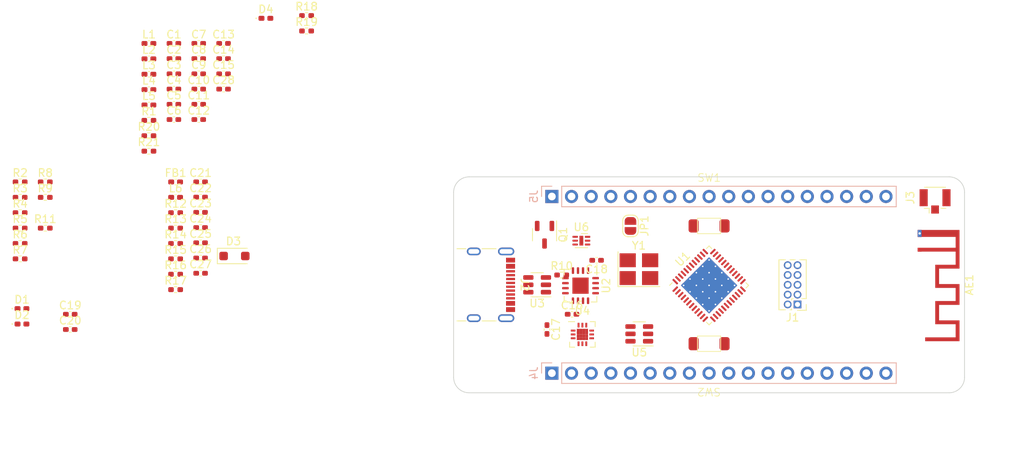
<source format=kicad_pcb>
(kicad_pcb (version 20221018) (generator pcbnew)
  (layers (0 "F.Cu" signal) (1 "In1.Cu" signal) (2 "In2.Cu" signal) (31 "B.Cu" signal) (34 "B.Paste" user) (35 "F.Paste" user) (36 "B.SilkS" user "B.Silkscreen") (37 "F.SilkS" user "F.Silkscreen") (38 "B.Mask" user) (39 "F.Mask" user) (44 "Edge.Cuts" user))
  (net 0 "")
  (net 1 "Net-(AE1-A)")
  (net 2 "+3V3")
  (net 3 "GND")
  (net 4 "VDDR")
  (net 5 "Net-(C9-Pad2)")
  (net 6 "RST_N")
  (net 7 "Net-(U1A-RF_P)")
  (net 8 "Net-(C11-Pad2)")
  (net 9 "Net-(C12-Pad2)")
  (net 10 "Net-(C13-Pad2)")
  (net 11 "Net-(U1A-RF_N)")
  (net 12 "Net-(U1A-DCOUPL)")
  (net 13 "DELAY")
  (net 14 "FTDI_3V3")
  (net 15 "Net-(U2-USBDM)")
  (net 16 "Net-(U2-USBDP)")
  (net 17 "VBUS")
  (net 18 "/power_block/V_SYS")
  (net 19 "Net-(JP1-B)")
  (net 20 "Net-(U6-BYP)")
  (net 21 "Net-(J3-In)")
  (net 22 "Net-(D1-K)")
  (net 23 "Net-(D1-A)")
  (net 24 "Net-(D2-K)")
  (net 25 "Net-(D2-A)")
  (net 26 "USER_LED")
  (net 27 "Net-(D4-A)")
  (net 28 "JTAG_TMS")
  (net 29 "JTAG_TCK")
  (net 30 "JTAG_TDO")
  (net 32 "JTAG_TDI")
  (net 33 "Net-(J2-CC1)")
  (net 34 "USB_CON_D+")
  (net 35 "USB_CON_D-")
  (net 37 "Net-(J2-CC2)")
  (net 40 "DIO0_0")
  (net 41 "DIO0_1")
  (net 42 "DIO2_RX")
  (net 43 "DIO3_TX")
  (net 44 "DIO4_SCL")
  (net 45 "DIO5_SDA")
  (net 46 "USER_BTN")
  (net 47 "DIO8_MISO")
  (net 48 "DIO9_MOSI")
  (net 49 "DIO10_SCLK")
  (net 50 "DIO11_CS")
  (net 51 "DIO_12")
  (net 52 "DIO_13")
  (net 53 "DIO_14")
  (net 54 "DIO_15")
  (net 55 "VREG_EN")
  (net 57 "VBAT")
  (net 58 "DIO_18")
  (net 59 "DIO_19")
  (net 60 "DIO_20")
  (net 61 "DIO_21")
  (net 62 "DIO_22")
  (net 63 "DIO_23")
  (net 64 "DIO_24")
  (net 65 "DIO_25")
  (net 66 "DIO_26")
  (net 67 "DIO_27")
  (net 68 "DIO_28")
  (net 69 "DIO_29")
  (net 70 "DIO_30")
  (net 71 "DCDC_SW")
  (net 72 "Net-(L6-Pad1)")
  (net 73 "Net-(L6-Pad2)")
  (net 74 "Net-(U2-TXD)")
  (net 75 "Net-(U2-RXD)")
  (net 76 "USB_FTDI_D-")
  (net 77 "USB_FTDI_D+")
  (net 78 "BAT_MON")
  (net 79 "TIMER_EN")
  (net 80 "Net-(R20-Pad1)")
  (net 81 "Net-(R21-Pad1)")
  (net 84 "Net-(U1A-X48M_N)")
  (net 85 "Net-(U1A-X48M_P)")
  (net 90 "MCU_DONE")
  (net 92 "+5V")
  (footprint "Capacitor_SMD:C_0402_1005Metric_Pad0.74x0.62mm_HandSolder" (layer "F.Cu") (at 57.8246 36.9026)
    (fp_text reference "C4" (at 0 -1.16) (layer "F.SilkS"))
    (fp_text value "22u")
    (pad "1" smd roundrect (at -0.5675 0) (size 0.735 0.62) (layers "F.Cu" "F.Paste" "F.Mask") (net 2 "+3V3"))
    (pad "2" smd roundrect (at 0.5675 0) (size 0.735 0.62) (layers "F.Cu" "F.Paste" "F.Mask") (net 3 "GND"))
  )
  (footprint "Resistor_SMD:R_0402_1005Metric_Pad0.72x0.64mm_HandSolder" (layer "F.Cu") (at 58.0446 62.8526)
    (fp_text reference "R17" (at 0 -1.17) (layer "F.SilkS"))
    (fp_text value "100k")
    (pad "1" smd roundrect (at -0.5975 0) (size 0.715 0.64) (layers "F.Cu" "F.Paste" "F.Mask") (net 79 "TIMER_EN"))
    (pad "2" smd roundrect (at 0.5975 0) (size 0.715 0.64) (layers "F.Cu" "F.Paste" "F.Mask") (net 2 "+3V3"))
  )
  (footprint "Capacitor_SMD:C_0402_1005Metric_Pad0.74x0.62mm_HandSolder" (layer "F.Cu") (at 57.8246 40.8426)
    (fp_text reference "C6" (at 0 -1.16) (layer "F.SilkS"))
    (fp_text value "22u")
    (pad "1" smd roundrect (at -0.5675 0) (size 0.735 0.62) (layers "F.Cu" "F.Paste" "F.Mask") (net 4 "VDDR"))
    (pad "2" smd roundrect (at 0.5675 0) (size 0.735 0.62) (layers "F.Cu" "F.Paste" "F.Mask") (net 3 "GND"))
  )
  (footprint "Resistor_SMD:R_0402_1005Metric_Pad0.72x0.64mm_HandSolder" (layer "F.Cu") (at 41.1946 54.8926)
    (fp_text reference "R11" (at 0 -1.17) (layer "F.SilkS"))
    (fp_text value "27R")
    (pad "1" smd roundrect (at -0.5975 0) (size 0.715 0.64) (layers "F.Cu" "F.Paste" "F.Mask") (net 77 "USB_FTDI_D+"))
    (pad "2" smd roundrect (at 0.5975 0) (size 0.715 0.64) (layers "F.Cu" "F.Paste" "F.Mask") (net 16 "Net-(U2-USBDP)"))
  )
  (footprint "Package_DFN_QFN:MLF-6-1EP_1.6x1.6mm_P0.5mm_EP0.5x1.26mm" (layer "F.Cu") (at 110.49 56.515)
    (fp_text reference "U6" (at 0 -1.75) (layer "F.SilkS"))
    (fp_text value "MIC5353-3.3YMT")
    (pad "1" smd roundrect (at -0.8 -0.5) (size 0.7 0.25) (layers "F.Cu" "F.Paste" "F.Mask") (net 19 "Net-(JP1-B)"))
    (pad "2" smd roundrect (at -0.8 0) (size 0.7 0.25) (layers "F.Cu" "F.Paste" "F.Mask") (net 3 "GND"))
    (pad "3" smd roundrect (at -0.8 0.5) (size 0.7 0.25) (layers "F.Cu" "F.Paste" "F.Mask") (net 19 "Net-(JP1-B)"))
    (pad "4" smd roundrect (at 0.8 0.5) (size 0.7 0.25) (layers "F.Cu" "F.Paste" "F.Mask") (net 2 "+3V3"))
    (pad "5" smd roundrect (at 0.8 0) (size 0.7 0.25) (layers "F.Cu" "F.Paste" "F.Mask"))
    (pad "6" smd roundrect (at 0.8 -0.5) (size 0.7 0.25) (layers "F.Cu" "F.Paste" "F.Mask") (net 20 "Net-(U6-BYP)"))
    (pad "7" smd rect (at 0 0) (size 0.5 1.26) (layers "F.Cu" "F.Mask") (net 3 "GND"))
  )
  (footprint "Package_TO_SOT_SMD:SOT-23-3" (layer "F.Cu") (at 105.73 55.7475 -90)
    (fp_text reference "Q1" (at 0 -2.4 90) (layer "F.SilkS"))
    (fp_text value "DMG2305UX-7")
    (pad "1" smd roundrect (at -1.1375 -0.95 270) (size 1.325 0.6) (layers "F.Cu" "F.Paste" "F.Mask") (net 57 "VBAT"))
    (pad "2" smd roundrect (at -1.1375 0.95 270) (size 1.325 0.6) (layers "F.Cu" "F.Paste" "F.Mask") (net 92 "+5V"))
    (pad "3" smd roundrect (at 1.1375 0 270) (size 1.325 0.6) (layers "F.Cu" "F.Paste" "F.Mask") (net 18 "/power_block/V_SYS"))
  )
  (footprint "Inductor_SMD:L_0402_1005Metric_Pad0.77x0.64mm_HandSolder" (layer "F.Cu") (at 54.5946 36.9726)
    (fp_text reference "L4" (at 0 -1.17) (layer "F.SilkS"))
    (fp_text value "3.4nH")
    (pad "1" smd roundrect (at -0.5725 0) (size 0.765 0.64) (layers "F.Cu" "F.Paste" "F.Mask") (net 10 "Net-(C13-Pad2)"))
    (pad "2" smd roundrect (at 0.5725 0) (size 0.765 0.64) (layers "F.Cu" "F.Paste" "F.Mask") (net 9 "Net-(C12-Pad2)"))
  )
  (footprint "Connector_Coaxial:U.FL_Hirose_U.FL-R-SMT-1_Vertical" (layer "F.Cu") (at 156.21 51.435 90)
    (fp_text reference "J3" (at 0.475 -3.2 90) (layer "F.SilkS"))
    (fp_text value "u.FL")
    (pad "1" smd rect locked (at -1.05 0 90) (size 1.05 1) (layers "F.Cu" "F.Paste" "F.Mask") (net 21 "Net-(J3-In)"))
    (pad "2" smd rect locked (at 0.475 -1.475 90) (size 2.2 1.05) (layers "F.Cu" "F.Paste" "F.Mask"))
    (pad "2" smd rect locked (at 0.475 1.475 90) (size 2.2 1.05) (layers "F.Cu" "F.Paste" "F.Mask"))
  )
  (footprint "Resistor_SMD:R_0402_1005Metric_Pad0.72x0.64mm_HandSolder" (layer "F.Cu") (at 107.95 60.96)
    (fp_text reference "R10" (at 0 -1.17) (layer "F.SilkS"))
    (fp_text value "27R")
    (pad "1" smd roundrect (at -0.5975 0) (size 0.715 0.64) (layers "F.Cu" "F.Paste" "F.Mask") (net 76 "USB_FTDI_D-"))
    (pad "2" smd roundrect (at 0.5975 0) (size 0.715 0.64) (layers "F.Cu" "F.Paste" "F.Mask") (net 15 "Net-(U2-USBDM)"))
  )
  (footprint "Resistor_SMD:R_0402_1005Metric_Pad0.72x0.64mm_HandSolder" (layer "F.Cu") (at 54.5946 40.9526)
    (fp_text reference "R1" (at 0 -1.17) (layer "F.SilkS"))
    (fp_text value "100k")
    (pad "1" smd roundrect (at -0.5975 0) (size 0.715 0.64) (layers "F.Cu" "F.Paste" "F.Mask") (net 2 "+3V3"))
    (pad "2" smd roundrect (at 0.5975 0) (size 0.715 0.64) (layers "F.Cu" "F.Paste" "F.Mask") (net 6 "RST_N"))
  )
  (footprint "Capacitor_SMD:C_0402_1005Metric_Pad0.74x0.62mm_HandSolder" (layer "F.Cu") (at 57.8246 34.9326)
    (fp_text reference "C3" (at 0 -1.16) (layer "F.SilkS"))
    (fp_text value "100n")
    (pad "1" smd roundrect (at -0.5675 0) (size 0.735 0.62) (layers "F.Cu" "F.Paste" "F.Mask") (net 2 "+3V3"))
    (pad "2" smd roundrect (at 0.5675 0) (size 0.735 0.62) (layers "F.Cu" "F.Paste" "F.Mask") (net 3 "GND"))
  )
  (footprint "Capacitor_SMD:C_0402_1005Metric_Pad0.74x0.62mm_HandSolder" (layer "F.Cu") (at 61.2746 56.7926)
    (fp_text reference "C25" (at 0 -1.16) (layer "F.SilkS"))
    (fp_text value "1u")
    (pad "1" smd roundrect (at -0.5675 0) (size 0.735 0.62) (layers "F.Cu" "F.Paste" "F.Mask") (net 3 "GND"))
    (pad "2" smd roundrect (at 0.5675 0) (size 0.735 0.62) (layers "F.Cu" "F.Paste" "F.Mask") (net 19 "Net-(JP1-B)"))
  )
  (footprint "Capacitor_SMD:C_0402_1005Metric_Pad0.74x0.62mm_HandSolder" (layer "F.Cu") (at 57.8246 32.9626)
    (fp_text reference "C2" (at 0 -1.16) (layer "F.SilkS"))
    (fp_text value "100n")
    (pad "1" smd roundrect (at -0.5675 0) (size 0.735 0.62) (layers "F.Cu" "F.Paste" "F.Mask") (net 2 "+3V3"))
    (pad "2" smd roundrect (at 0.5675 0) (size 0.735 0.62) (layers "F.Cu" "F.Paste" "F.Mask") (net 3 "GND"))
  )
  (footprint "Capacitor_SMD:C_0402_1005Metric_Pad0.74x0.62mm_HandSolder" (layer "F.Cu") (at 61.0346 36.9026)
    (fp_text reference "C10" (at 0 -1.16) (layer "F.SilkS"))
    (fp_text value "100n")
    (pad "1" smd roundrect (at -0.5675 0) (size 0.735 0.62) (layers "F.Cu" "F.Paste" "F.Mask") (net 6 "RST_N"))
    (pad "2" smd roundrect (at 0.5675 0) (size 0.735 0.62) (layers "F.Cu" "F.Paste" "F.Mask") (net 3 "GND"))
  )
  (footprint "RF_Antenna:Texas_SWRA117D_2.4GHz_Right" (layer "F.Cu") (at 154.22 57.68 -90)
    (fp_text reference "AE1" (at 4.55 -6.41 90) (layer "F.SilkS"))
    (fp_text value "Antenna")
    (fp_poly (pts (xy 2.45 -2.51) (xy 4.45 -2.51) (xy 4.45 -5.15) (xy 7.15 -5.15) (xy 7.15 -2.51) (xy 9.15 -2.51) (xy 9.15 -5.15) (xy 11.85 -5.15) (xy 11.85 -0.71) (xy 11.35 -0.71) (xy 11.35 -4.65) (xy 9.65 -4.65) (xy 9.65 -2.01) (xy 6.65 -2.01) (xy 6.65 -4.65) (xy 4.95 -4.65) (xy 4.95 -2.01) (xy 1.95 -2.01) (xy 1.95 -4.65) (xy 0.25 -4.65) (xy 0.25 0.25) (xy -0.25 0.25) (xy -0.25 -4.65) (xy -1.65 -4.65) (xy -1.65 0.25) (xy -2.55 0.25) (xy -2.55 0.006785) (xy -2.247583 0.006785) (xy -2.237742 0.054395) (xy -2.213674 0.096797) (xy -2.175731 0.129581) (xy -2.167819 0.133935) (xy -2.125156 0.146043) (xy -2.076637 0.1453) (xy -2.031122 0.1324) (xy -2.012511 0.121787) (xy -1.978868 0.086553) (xy -1.958309 0.041368) (xy -1.951778 -0.008158) (xy -1.960218 -0.056417) (xy -1.977112 -0.088643) (xy -2.012372 -0.121313) (xy -2.057682 -0.141408) (xy -2.107267 -0.147982) (xy -2.155353 -0.140092) (xy -2.188245 -0.123186) (xy -2.223185 -0.086416) (xy -2.242847 -0.041622) (xy -2.247583 0.006785) (xy -2.55 0.006785) (xy -2.55 -5.15) (xy 2.45 -5.15) (xy 2.45 -2.51)) (fill solid) (layer "F.Cu"))
    (pad "1" connect rect locked (at 0 0 270) (size 0.5 0.5) (layers "F.Cu") (net 1 "Net-(AE1-A)"))
    (pad "2" thru_hole rect locked (at -2.1 0 270) (size 0.9 0.5) (drill 0.3) (layers "*.Cu"))
  )
  (footprint "Resistor_SMD:R_0402_1005Metric_Pad0.72x0.64mm_HandSolder" (layer "F.Cu") (at 41.1946 48.9226)
    (fp_text reference "R8" (at 0 -1.17) (layer "F.SilkS"))
    (fp_text value "330R")
    (pad "1" smd roundrect (at -0.5975 0) (size 0.715 0.64) (layers "F.Cu" "F.Paste" "F.Mask") (net 23 "Net-(D1-A)"))
    (pad "2" smd roundrect (at 0.5975 0) (size 0.715 0.64) (layers "F.Cu" "F.Paste" "F.Mask") (net 14 "FTDI_3V3"))
  )
  (footprint "Resistor_SMD:R_0402_1005Metric_Pad0.72x0.64mm_HandSolder" (layer "F.Cu") (at 37.9446 52.9026)
    (fp_text reference "R4" (at 0 -1.17) (layer "F.SilkS"))
    (fp_text value "100k")
    (pad "1" smd roundrect (at -0.5975 0) (size 0.715 0.64) (layers "F.Cu" "F.Paste" "F.Mask") (net 14 "FTDI_3V3"))
    (pad "2" smd roundrect (at 0.5975 0) (size 0.715 0.64) (layers "F.Cu" "F.Paste" "F.Mask") (net 42 "DIO2_RX"))
  )
  (footprint "Resistor_SMD:R_0402_1005Metric_Pad0.72x0.64mm_HandSolder" (layer "F.Cu") (at 37.9446 56.8826)
    (fp_text reference "R6" (at 0 -1.17) (layer "F.SilkS"))
    (fp_text value "0R")
    (pad "1" smd roundrect (at -0.5975 0) (size 0.715 0.64) (layers "F.Cu" "F.Paste" "F.Mask") (net 42 "DIO2_RX"))
    (pad "2" smd roundrect (at 0.5975 0) (size 0.715 0.64) (layers "F.Cu" "F.Paste" "F.Mask") (net 74 "Net-(U2-TXD)"))
  )
  (footprint "Package_DFN_QFN:VQFN-48-1EP_7x7mm_P0.5mm_EP5.15x5.15mm_ThermalVias" (layer "F.Cu") (at 127 62.303965 45)
    (fp_text reference "U1" (at 0 -4.82 45) (layer "F.SilkS"))
    (fp_text value "cc2652r7")
    (pad "1" smd roundrect (at -3.4375 -2.75 45) (size 0.875 0.25) (layers "F.Cu" "F.Paste" "F.Mask") (net 7 "Net-(U1A-RF_P)"))
    (pad "2" smd roundrect (at -3.4375 -2.25 45) (size 0.875 0.25) (layers "F.Cu" "F.Paste" "F.Mask") (net 11 "Net-(U1A-RF_N)"))
    (pad "3" smd roundrect (at -3.4375 -1.75 45) (size 0.875 0.25) (layers "F.Cu" "F.Paste" "F.Mask"))
    (pad "4" smd roundrect (at -3.4375 -1.25 45) (size 0.875 0.25) (layers "F.Cu" "F.Paste" "F.Mask"))
    (pad "5" smd roundrect (at -3.4375 -0.75 45) (size 0.875 0.25) (layers "F.Cu" "F.Paste" "F.Mask") (net 40 "DIO0_0"))
    (pad "6" smd roundrect (at -3.4375 -0.25 45) (size 0.875 0.25) (layers "F.Cu" "F.Paste" "F.Mask") (net 41 "DIO0_1"))
    (pad "7" smd roundrect (at -3.4375 0.25 45) (size 0.875 0.25) (layers "F.Cu" "F.Paste" "F.Mask") (net 42 "DIO2_RX"))
    (pad "8" smd roundrect (at -3.4375 0.75 45) (size 0.875 0.25) (layers "F.Cu" "F.Paste" "F.Mask") (net 43 "DIO3_TX"))
    (pad "9" smd roundrect (at -3.4375 1.25 45) (size 0.875 0.25) (layers "F.Cu" "F.Paste" "F.Mask") (net 44 "DIO4_SCL"))
    (pad "10" smd roundrect (at -3.4375 1.75 45) (size 0.875 0.25) (layers "F.Cu" "F.Paste" "F.Mask") (net 45 "DIO5_SDA"))
    (pad "11" smd roundrect (at -3.4375 2.25 45) (size 0.875 0.25) (layers "F.Cu" "F.Paste" "F.Mask") (net 26 "USER_LED"))
    (pad "12" smd roundrect (at -3.4375 2.75 45) (size 0.875 0.25) (layers "F.Cu" "F.Paste" "F.Mask") (net 46 "USER_BTN"))
    (pad "13" smd roundrect (at -2.75 3.4375 45) (size 0.25 0.875) (layers "F.Cu" "F.Paste" "F.Mask") (net 2 "+3V3"))
    (pad "14" smd roundrect (at -2.25 3.4375 45) (size 0.25 0.875) (layers "F.Cu" "F.Paste" "F.Mask") (net 47 "DIO8_MISO"))
    (pad "15" smd roundrect (at -1.75 3.4375 45) (size 0.25 0.875) (layers "F.Cu" "F.Paste" "F.Mask") (net 48 "DIO9_MOSI"))
    (pad "16" smd roundrect (at -1.25 3.4375 45) (size 0.25 0.875) (layers "F.Cu" "F.Paste" "F.Mask") (net 49 "DIO10_SCLK"))
    (pad "17" smd roundrect (at -0.75 3.4375 45) (size 0.25 0.875) (layers "F.Cu" "F.Paste" "F.Mask") (net 50 "DIO11_CS"))
    (pad "18" smd roundrect (at -0.25 3.4375 45) (size 0.25 0.875) (layers "F.Cu" "F.Paste" "F.Mask") (net 51 "DIO_12"))
    (pad "19" smd roundrect (at 0.25 3.4375 45) (size 0.25 0.875) (layers "F.Cu" "F.Paste" "F.Mask") (net 52 "DIO_13"))
    (pad "20" smd roundrect (at 0.75 3.4375 45) (size 0.25 0.875) (layers "F.Cu" "F.Paste" "F.Mask") (net 53 "DIO_14"))
    (pad "21" smd roundrect (at 1.25 3.4375 45) (size 0.25 0.875) (layers "F.Cu" "F.Paste" "F.Mask") (net 54 "DIO_15"))
    (pad "22" smd roundrect (at 1.75 3.4375 45) (size 0.25 0.875) (layers "F.Cu" "F.Paste" "F.Mask") (net 2 "+3V3"))
    (pad "23" smd roundrect (at 2.25 3.4375 45) (size 0.25 0.875) (layers "F.Cu" "F.Paste" "F.Mask") (net 12 "Net-(U1A-DCOUPL)"))
    (pad "24" smd roundrect (at 2.75 3.4375 45) (size 0.25 0.875) (layers "F.Cu" "F.Paste" "F.Mask") (net 28 "JTAG_TMS"))
    (pad "25" smd roundrect (at 3.4375 2.75 45) (size 0.875 0.25) (layers "F.Cu" "F.Paste" "F.Mask") (net 29 "JTAG_TCK"))
    (pad "26" smd roundrect (at 3.4375 2.25 45) (size 0.875 0.25) (layers "F.Cu" "F.Paste" "F.Mask") (net 30 "JTAG_TDO"))
    (pad "27" smd roundrect (at 3.4375 1.75 45) (size 0.875 0.25) (layers "F.Cu" "F.Paste" "F.Mask") (net 32 "JTAG_TDI"))
    (pad "28" smd roundrect (at 3.4375 1.25 45) (size 0.875 0.25) (layers "F.Cu" "F.Paste" "F.Mask") (net 58 "DIO_18"))
    (pad "29" smd roundrect (at 3.4375 0.75 45) (size 0.875 0.25) (layers "F.Cu" "F.Paste" "F.Mask") (net 59 "DIO_19"))
    (pad "30" smd roundrect (at 3.4375 0.25 45) (size 0.875 0.25) (layers "F.Cu" "F.Paste" "F.Mask") (net 60 "DIO_20"))
    (pad "31" smd roundrect (at 3.4375 -0.25 45) (size 0.875 0.25) (layers "F.Cu" "F.Paste" "F.Mask") (net 61 "DIO_21"))
    (pad "32" smd roundrect (at 3.4375 -0.75 45) (size 0.875 0.25) (layers "F.Cu" "F.Paste" "F.Mask") (net 62 "DIO_22"))
    (pad "33" smd roundrect (at 3.4375 -1.25 45) (size 0.875 0.25) (layers "F.Cu" "F.Paste" "F.Mask") (net 71 "DCDC_SW"))
    (pad "34" smd roundrect (at 3.4375 -1.75 45) (size 0.875 0.25) (layers "F.Cu" "F.Paste" "F.Mask") (net 2 "+3V3"))
    (pad "35" smd roundrect (at 3.4375 -2.25 45) (size 0.875 0.25) (layers "F.Cu" "F.Paste" "F.Mask") (net 6 "RST_N"))
    (pad "36" smd roundrect (at 3.4375 -2.75 45) (size 0.875 0.25) (layers "F.Cu" "F.Paste" "F.Mask") (net 63 "DIO_23"))
    (pad "37" smd roundrect (at 2.75 -3.4375 45) (size 0.25 0.875) (layers "F.Cu" "F.Paste" "F.Mask") (net 64 "DIO_24"))
    (pad "38" smd roundrect (at 2.25 -3.4375 45) (size 0.25 0.875) (layers "F.Cu" "F.Paste" "F.Mask") (net 65 "DIO_25"))
    (pad "39" smd roundrect (at 1.75 -3.4375 45) (size 0.25 0.875) (layers "F.Cu" "F.Paste" "F.Mask") (net 66 "DIO_26"))
    (pad "40" smd roundrect (at 1.25 -3.4375 45) (size 0.25 0.875) (layers "F.Cu" "F.Paste" "F.Mask") (net 67 "DIO_27"))
    (pad "41" smd roundrect (at 0.75 -3.4375 45) (size 0.25 0.875) (layers "F.Cu" "F.Paste" "F.Mask") (net 68 "DIO_28"))
    (pad "42" smd roundrect (at 0.25 -3.4375 45) (size 0.25 0.875) (layers "F.Cu" "F.Paste" "F.Mask") (net 69 "DIO_29"))
    (pad "43" smd roundrect (at -0.25 -3.4375 45) (size 0.25 0.875) (layers "F.Cu" "F.Paste" "F.Mask") (net 70 "DIO_30"))
    (pad "44" smd roundrect (at -0.75 -3.4375 45) (size 0.25 0.875) (layers "F.Cu" "F.Paste" "F.Mask") (net 2 "+3V3"))
    (pad "45" smd roundrect (at -1.25 -3.4375 45) (size 0.25 0.875) (layers "F.Cu" "F.Paste" "F.Mask") (net 4 "VDDR"))
    (pad "46" smd roundrect (at -1.75 -3.4375 45) (size 0.25 0.875) (layers "F.Cu" "F.Paste" "F.Mask") (net 84 "Net-(U1A-X48M_N)"))
    (pad "47" smd roundrect (at -2.25 -3.4375 45) (size 0.25 0.875) (layers "F.Cu" "F.Paste" "F.Mask") (net 85 "Net-(U1A-X48M_P)"))
    (pad "48" smd roundrect (at -2.75 -3.4375 45) (size 0.25 0.875) (layers "F.Cu" "F.Paste" "F.Mask") (net 4 "VDDR"))
    (pad "49" thru_hole circle (at -2.325 -2.325 45) (size 0.5 0.5) (drill 0.2) (layers "*.Cu") (net 3 "GND"))
    (pad "49" thru_hole circle (at -2.325 -1.1625 45) (size 0.5 0.5) (drill 0.2) (layers "*.Cu") (net 3 "GND"))
    (pad "49" thru_hole circle (at -2.325 0 45) (size 0.5 0.5) (drill 0.2) (layers "*.Cu") (net 3 "GND"))
    (pad "49" thru_hole circle (at -2.325 1.1625 45) (size 0.5 0.5) (drill 0.2) (layers "*.Cu") (net 3 "GND"))
    (pad "49" thru_hole circle (at -2.325 2.325 45) (size 0.5 0.5) (drill 0.2) (layers "*.Cu") (net 3 "GND"))
    (pad "49" thru_hole circle (at -1.1625 -2.325 45) (size 0.5 0.5) (drill 0.2) (layers "*.Cu") (net 3 "GND"))
    (pad "49" thru_hole circle (at -1.1625 -1.1625 45) (size 0.5 0.5) (drill 0.2) (layers "*.Cu") (net 3 "GND"))
    (pad "49" thru_hole circle (at -1.1625 0 45) (size 0.5 0.5) (drill 0.2) (layers "*.Cu") (net 3 "GND"))
    (pad "49" thru_hole circle (at -1.1625 1.1625 45) (size 0.5 0.5) (drill 0.2) (layers "*.Cu") (net 3 "GND"))
    (pad "49" thru_hole circle (at -1.1625 2.325 45) (size 0.5 0.5) (drill 0.2) (layers "*.Cu") (net 3 "GND"))
    (pad "49" thru_hole circle (at 0 -2.325 45) (size 0.5 0.5) (drill 0.2) (layers "*.Cu") (net 3 "GND"))
    (pad "49" thru_hole circle (at 0 -1.1625 45) (size 0.5 0.5) (drill 0.2) (layers "*.Cu") (net 3 "GND"))
    (pad "49" thru_hole circle (at 0 0 45) (size 0.5 0.5) (drill 0.2) (layers "*.Cu") (net 3 "GND"))
    (pad "49" smd rect (at 0 0 45) (size 5.15 5.15) (layers "F.Cu" "F.Mask") (net 3 "GND"))
    (pad "49" smd rect (at 0 0 45) (size 5.15 5.15) (layers "B.Cu") (net 3 "GND"))
    (pad "49" thru_hole circle (at 0 1.1625 45) (size 0.5 0.5) (drill 0.2) (layers "*.Cu") (net 3 "GND"))
    (pad "49" thru_hole circle (at 0 2.325 45) (size 0.5 0.5) (drill 0.2) (layers "*.Cu") (net 3 "GND"))
    (pad "49" thru_hole circle (at 1.1625 -2.325 45) (size 0.5 0.5) (drill 0.2) (layers "*.Cu") (net 3 "GND"))
    (pad "49" thru_hole circle (at 1.1625 -1.1625 45) (size 0.5 0.5) (drill 0.2) (layers "*.Cu") (net 3 "GND"))
    (pad "49" thru_hole circle (at 1.1625 0 45) (size 0.5 0.5) (drill 0.2) (layers "*.Cu") (net 3 "GND"))
    (pad "49" thru_hole circle (at 1.1625 1.1625 45) (size 0.5 0.5) (drill 0.2) (layers "*.Cu") (net 3 "GND"))
    (pad "49" thru_hole circle (at 1.1625 2.325 45) (size 0.5 0.5) (drill 0.2) (layers "*.Cu") (net 3 "GND"))
    (pad "49" thru_hole circle (at 2.325 -2.325 45) (size 0.5 0.5) (drill 0.2) (layers "*.Cu") (net 3 "GND"))
    (pad "49" thru_hole circle (at 2.325 -1.1625 45) (size 0.5 0.5) (drill 0.2) (layers "*.Cu") (net 3 "GND"))
    (pad "49" thru_hole circle (at 2.325 0 45) (size 0.5 0.5) (drill 0.2) (layers "*.Cu") (net 3 "GND"))
    (pad "49" thru_hole circle (at 2.325 1.1625 45) (size 0.5 0.5) (drill 0.2) (layers "*.Cu") (net 3 "GND"))
    (pad "49" thru_hole circle (at 2.325 2.325 45) (size 0.5 0.5) (drill 0.2) (layers "*.Cu") (net 3 "GND"))
  )
  (footprint "Capacitor_SMD:C_0402_1005Metric_Pad0.74x0.62mm_HandSolder" (layer "F.Cu") (at 61.0346 38.8726)
    (fp_text reference "C11" (at 0 -1.16) (layer "F.SilkS"))
    (fp_text value "1p")
    (pad "1" smd roundrect (at -0.5675 0) (size 0.735 0.62) (layers "F.Cu" "F.Paste" "F.Mask") (net 7 "Net-(U1A-RF_P)"))
    (pad "2" smd roundrect (at 0.5675 0) (size 0.735 0.62) (layers "F.Cu" "F.Paste" "F.Mask") (net 8 "Net-(C11-Pad2)"))
  )
  (footprint "Capacitor_SMD:C_0402_1005Metric_Pad0.74x0.62mm_HandSolder" (layer "F.Cu") (at 64.2446 36.9026)
    (fp_text reference "C28" (at 0 -1.16) (layer "F.SilkS"))
    (fp_text value "12p")
    (pad "1" smd roundrect (at -0.5675 0) (size 0.735 0.62) (layers "F.Cu" "F.Paste" "F.Mask") (net 21 "Net-(J3-In)"))
    (pad "2" smd roundrect (at 0.5675 0) (size 0.735 0.62) (layers "F.Cu" "F.Paste" "F.Mask") (net 9 "Net-(C12-Pad2)"))
  )
  (footprint "Diode_SMD:D_SOD-123F" (layer "F.Cu") (at 65.6496 58.5026)
    (fp_text reference "D3" (at -0.127 -1.905) (layer "F.SilkS"))
    (fp_text value "MBR120VLSFT1G")
    (pad "1" smd roundrect (at -1.4 0) (size 1.1 1.1) (layers "F.Cu" "F.Paste" "F.Mask") (roundrect_rratio 0.2272727273) (net 18 "/power_block/V_SYS"))
    (pad "2" smd roundrect (at 1.4 0) (size 1.1 1.1) (layers "F.Cu" "F.Paste" "F.Mask") (roundrect_rratio 0.2272727273) (net 92 "+5V"))
  )
  (footprint "Resistor_SMD:R_0402_1005Metric_Pad0.72x0.64mm_HandSolder" (layer "F.Cu") (at 41.1946 50.9126)
    (fp_text reference "R9" (at 0 -1.17) (layer "F.SilkS"))
    (fp_text value "330R")
    (pad "1" smd roundrect (at -0.5975 0) (size 0.715 0.64) (layers "F.Cu" "F.Paste" "F.Mask") (net 25 "Net-(D2-A)"))
    (pad "2" smd roundrect (at 0.5975 0) (size 0.715 0.64) (layers "F.Cu" "F.Paste" "F.Mask") (net 14 "FTDI_3V3"))
  )
  (footprint "Capacitor_SMD:C_0402_1005Metric_Pad0.74x0.62mm_HandSolder" (layer "F.Cu") (at 57.8246 30.9926)
    (fp_text reference "C1" (at 0 -1.16) (layer "F.SilkS"))
    (fp_text value "100n")
    (pad "1" smd roundrect (at -0.5675 0) (size 0.735 0.62) (layers "F.Cu" "F.Paste" "F.Mask") (net 2 "+3V3"))
    (pad "2" smd roundrect (at 0.5675 0) (size 0.735 0.62) (layers "F.Cu" "F.Paste" "F.Mask") (net 3 "GND"))
  )
  (footprint "Resistor_SMD:R_0402_1005Metric_Pad0.72x0.64mm_HandSolder" (layer "F.Cu") (at 58.0446 58.8726)
    (fp_text reference "R15" (at 0 -1.17) (layer "F.SilkS"))
    (fp_text value "7.5k@1%")
    (pad "1" smd roundrect (at -0.5975 0) (size 0.715 0.64) (layers "F.Cu" "F.Paste" "F.Mask") (net 78 "BAT_MON"))
    (pad "2" smd roundrect (at 0.5975 0) (size 0.715 0.64) (layers "F.Cu" "F.Paste" "F.Mask") (net 18 "/power_block/V_SYS"))
  )
  (footprint "Connector_USB:USB_C_Receptacle_GCT_USB4105-xx-A_16P_TopMnt_Horizontal" (layer "F.Cu") (at 97.663371 62.23 -90)
    (fp_text reference "J2" (at 0 -5.5 -90 unlocked) (layer "F.SilkS"))
    (fp_text value "USB_C_Receptacle_USB2.0")
    (pad "" np_thru_hole circle locked (at -2.89 -2.605 270) (size 0.65 0.65) (drill 0.65) (layers "F&B.Cu" "*.Mask"))
    (pad "" np_thru_hole circle locked (at 2.89 -2.605 270) (size 0.65 0.65) (drill 0.65) (layers "F&B.Cu" "*.Mask"))
    (pad "A1" smd rect locked (at -3.2 -3.68 270) (size 0.6 1.15) (layers "F.Cu" "F.Paste" "F.Mask") (net 3 "GND"))
    (pad "A4" smd rect locked (at -2.4 -3.68 270) (size 0.6 1.15) (layers "F.Cu" "F.Paste" "F.Mask") (net 17 "VBUS"))
    (pad "A5" smd rect locked (at -1.25 -3.68 270) (size 0.3 1.15) (layers "F.Cu" "F.Paste" "F.Mask") (net 33 "Net-(J2-CC1)"))
    (pad "A6" smd rect locked (at -0.25 -3.68 270) (size 0.3 1.15) (layers "F.Cu" "F.Paste" "F.Mask") (net 34 "USB_CON_D+"))
    (pad "A7" smd rect locked (at 0.25 -3.68 270) (size 0.3 1.15) (layers "F.Cu" "F.Paste" "F.Mask") (net 35 "USB_CON_D-"))
    (pad "A8" smd rect locked (at 1.25 -3.68 270) (size 0.3 1.15) (layers "F.Cu" "F.Paste" "F.Mask"))
    (pad "A9" smd rect locked (at 2.4 -3.68 270) (size 0.6 1.15) (layers "F.Cu" "F.Paste" "F.Mask") (net 17 "VBUS"))
    (pad "A12" smd rect locked (at 3.2 -3.68 270) (size 0.6 1.15) (layers "F.Cu" "F.Paste" "F.Mask") (net 3 "GND"))
    (pad "B1" smd rect locked (at 3.2 -3.68 270) (size 0.6 1.15) (layers "F.Cu" "F.Paste" "F.Mask") (net 3 "GND"))
    (pad "B4" smd rect locked (at 2.4 -3.68 270) (size 0.6 1.15) (layers "F.Cu" "F.Paste" "F.Mask") (net 17 "VBUS"))
    (pad "B5" smd rect locked (at 1.75 -3.68 270) (size 0.3 1.15) (layers "F.Cu" "F.Paste" "F.Mask") (net 37 "Net-(J2-CC2)"))
    (pad "B6" smd rect locked (at 0.75 -3.68 270) (size 0.3 1.15) (layers "F.Cu" "F.Paste" "F.Mask") (net 34 "USB_CON_D+"))
    (pad "B7" smd rect locked (at -0.75 -3.68 270) (size 0.3 1.15) (layers "F.Cu" "F.Paste" "F.Mask") (net 35 "USB_CON_D-"))
    (pad "B8" smd rect locked (at -1.75 -3.68 270) (size 0.3 1.15) (layers "F.Cu" "F.Paste" "F.Mask"))
    (pad "B9" smd rect locked (at -2.4 -3.68 270) (size 0.6 1.15) (layers "F.Cu" "F.Paste" "F.Mask") (net 17 "VBUS"))
    (pad "B12" smd rect locked (at -3.2 -3.68 270) (size 0.6 1.15) (layers "F.Cu" "F.Paste" "F.Mask") (net 3 "GND"))
    (pad "S1" thru_hole oval locked (at -4.32 -3.105 270) (size 1 2.1) (drill oval 0.6 1.7) (layers "*.Cu" "*.Mask" "F.Paste") (net 3 "GND"))
    (pad "S1" thru_hole oval locked (at -4.32 1.075 270) (size 1 1.8) (drill oval 0.6 1.4) (layers "*.Cu" "*.Mask" "F.Paste") (net 3 "GND"))
    (pad "S1" thru_hole oval locked (at 4.32 -3.105 270) (size 1 2.1) (drill oval 0.6 1.7) (layers "*.Cu" "*.Mask" "F.Paste") (net 3 "GND"))
    (pad "S1" thru_hole oval locked (at 4.32 1.075 270) (size 1 1.8) (drill oval 0.6 1.4) (layers "*.Cu" "*.Mask" "F.Paste") (net 3 "GND"))
  )
  (footprint "Inductor_SMD:L_0402_1005Metric_Pad0.77x0.64mm_HandSolder" (layer "F.Cu") (at 54.5946 31.0026)
    (fp_text reference "L1" (at 0 -1.17) (layer "F.SilkS"))
    (fp_text value "6.8uH")
    (pad "1" smd roundrect (at -0.5725 0) (size 0.765 0.64) (layers "F.Cu" "F.Paste" "F.Mask") (net 71 "DCDC_SW"))
    (pad "2" smd roundrect (at 0.5725 0) (size 0.765 0.64) (layers "F.Cu" "F.Paste" "F.Mask") (net 4 "VDDR"))
  )
  (footprint "Capacitor_SMD:C_0402_1005Metric_Pad0.74x0.62mm_HandSolder" (layer "F.Cu") (at 61.0346 32.9626)
    (fp_text reference "C8" (at 0 -1.16) (layer "F.SilkS"))
    (fp_text value "100n")
    (pad "1" smd roundrect (at -0.5675 0) (size 0.735 0.62) (layers "F.Cu" "F.Paste" "F.Mask") (net 4 "VDDR"))
    (pad "2" smd roundrect (at 0.5675 0) (size 0.735 0.62) (layers "F.Cu" "F.Paste" "F.Mask") (net 3 "GND"))
  )
  (footprint "Capacitor_SMD:C_0402_1005Metric_Pad0.74x0.62mm_HandSolder" (layer "F.Cu") (at 106.045 68.0125 -90)
    (fp_text reference "C17" (at 0 -1.16 90) (layer "F.SilkS"))
    (fp_text value "4.7u")
    (pad "1" smd roundrect (at -0.5675 0 270) (size 0.735 0.62) (layers "F.Cu" "F.Paste" "F.Mask") (net 92 "+5V"))
    (pad "2" smd roundrect (at 0.5675 0 270) (size 0.735 0.62) (layers "F.Cu" "F.Paste" "F.Mask") (net 3 "GND"))
  )
  (footprint "Capacitor_SMD:C_0402_1005Metric_Pad0.74x0.62mm_HandSolder" (layer "F.Cu") (at 64.2446 30.9926)
    (fp_text reference "C13" (at 0 -1.16) (layer "F.SilkS"))
    (fp_text value "1p")
    (pad "1" smd roundrect (at -0.5675 0) (size 0.735 0.62) (layers "F.Cu" "F.Paste" "F.Mask") (net 3 "GND"))
    (pad "2" smd roundrect (at 0.5675 0) (size 0.735 0.62) (layers "F.Cu" "F.Paste" "F.Mask") (net 10 "Net-(C13-Pad2)"))
  )
  (footprint "Inductor_SMD:L_0402_1005Metric_Pad0.77x0.64mm_HandSolder" (layer "F.Cu") (at 54.5946 32.9926)
    (fp_text reference "L2" (at 0 -1.17) (layer "F.SilkS"))
    (fp_text value "3.7nH")
    (pad "1" smd roundrect (at -0.5725 0) (size 0.765 0.64) (layers "F.Cu" "F.Paste" "F.Mask") (net 7 "Net-(U1A-RF_P)"))
    (pad "2" smd roundrect (at 0.5725 0) (size 0.765 0.64) (layers "F.Cu" "F.Paste" "F.Mask") (net 5 "Net-(C9-Pad2)"))
  )
  (footprint "LED_SMD:LED_0402_1005Metric_Pad0.77x0.64mm_HandSolder" (layer "F.Cu") (at 38.1846 67.3026)
    (fp_text reference "D2" (at 0 -1.17) (layer "F.SilkS"))
    (fp_text value "LED_TX")
    (pad "1" smd roundrect (at -0.5725 0) (size 0.765 0.64) (layers "F.Cu" "F.Paste" "F.Mask") (net 24 "Net-(D2-K)"))
    (pad "2" smd roundrect (at 0.5725 0) (size 0.765 0.64) (layers "F.Cu" "F.Paste" "F.Mask") (net 25 "Net-(D2-A)"))
  )
  (footprint "Connector_PinHeader_1.27mm:PinHeader_2x05_P1.27mm_Vertical" (layer "F.Cu") (at 138.43 64.77 180)
    (fp_text reference "J1" (at 0.635 -1.695) (layer "F.SilkS"))
    (fp_text value "Conn_ARM_JTAG_SWD_10")
    (pad "1" thru_hole rect (at 0 0 180) (size 1 1) (drill 0.65) (layers "*.Cu" "*.Mask") (net 2 "+3V3"))
    (pad "2" thru_hole oval (at 1.27 0 180) (size 1 1) (drill 0.65) (layers "*.Cu" "*.Mask") (net 28 "JTAG_TMS"))
    (pad "3" thru_hole oval (at 0 1.27 180) (size 1 1) (drill 0.65) (layers "*.Cu" "*.Mask") (net 3 "GND"))
    (pad "4" thru_hole oval (at 1.27 1.27 180) (size 1 1) (drill 0.65) (layers "*.Cu" "*.Mask") (net 29 "JTAG_TCK"))
    (pad "5" thru_hole oval (at 0 2.54 180) (size 1 1) (drill 0.65) (layers "*.Cu" "*.Mask") (net 3 "GND"))
    (pad "6" thru_hole oval (at 1.27 2.54 180) (size 1 1) (drill 0.65) (layers "*.Cu" "*.Mask") (net 30 "JTAG_TDO"))
    (pad "7" thru_hole oval (at 0 3.81 180) (size 1 1) (drill 0.65) (layers "*.Cu" "*.Mask"))
    (pad "8" thru_hole oval (at 1.27 3.81 180) (size 1 1) (drill 0.65) (layers "*.Cu" "*.Mask") (net 32 "JTAG_TDI"))
    (pad "9" thru_hole oval (at 0 5.08 180) (size 1 1) (drill 0.65) (layers "*.Cu" "*.Mask") (net 3 "GND"))
    (pad "10" thru_hole oval (at 1.27 5.08 180) (size 1 1) (drill 0.65) (layers "*.Cu" "*.Mask") (net 6 "RST_N"))
  )
  (footprint "zigbee_coordinator:TL1017AABF160QG" (layer "F.Cu") (at 127 54.61)
    (fp_text reference "SW1" (at 0.01 -6.23 unlocked) (layer "F.SilkS") (effects (font (thickness 0.1))))
    (fp_text value "SW_Push")
    (pad "1" smd roundrect (at -2 0 90) (size 1.7 1.3) (layers "F.Cu" "F.Paste" "F.Mask") (net 3 "GND"))
    (pad "2" smd roundrect (at 2 0 270) (size 1.7 1.3) (layers "F.Cu" "F.Paste" "F.Mask") (net 6 "RST_N"))
  )
  (footprint "Capacitor_SMD:C_0402_1005Metric_Pad0.74x0.62mm_HandSolder" (layer "F.Cu") (at 57.8246 38.8726)
    (fp_text reference "C5" (at 0 -1.16) (layer "F.SilkS"))
    (fp_text value "100n")
    (pad "1" smd roundrect (at -0.5675 0) (size 0.735 0.62) (layers "F.Cu" "F.Paste" "F.Mask") (net 2 "+3V3"))
    (pad "2" smd roundrect (at 0.5675 0) (size 0.735 0.62) (layers "F.Cu" "F.Paste" "F.Mask") (net 3 "GND"))
  )
  (footprint "Package_TO_SOT_SMD:SOT-23-6" (layer "F.Cu") (at 117.9775 68.58 180)
    (fp_text reference "U5" (at 0 -2.4) (layer "F.SilkS"))
    (fp_text value "TPL5111")
    (pad "1" smd roundrect (at -1.1375 -0.95 180) (size 1.325 0.6) (layers "F.Cu" "F.Paste" "F.Mask") (net 2 "+3V3"))
    (pad "2" smd roundrect (at -1.1375 0 180) (size 1.325 0.6) (layers "F.Cu" "F.Paste" "F.Mask") (net 3 "GND"))
    (pad "3" smd roundrect (at -1.1375 0.95 180) (size 1.325 0.6) (layers "F.Cu" "F.Paste" "F.Mask") (net 13 "DELAY"))
    (pad "4" smd roundrect (at 1.1375 0.95 180) (size 1.325 0.6) (layers "F.Cu" "F.Paste" "F.Mask") (net 90 "MCU_DONE"))
    (pad "5" smd roundrect (at 1.1375 0 180) (size 1.325 0.6) (layers "F.Cu" "F.Paste" "F.Mask") (net 55 "VREG_EN"))
    (pad "6" smd roundrect (at 1.1375 -0.95 180) (size 1.325 0.6) (layers "F.Cu" "F.Paste" "F.Mask") (net 79 "TIMER_EN"))
  )
  (footprint "Capacitor_SMD:C_0402_1005Metric_Pad0.74x0.62mm_HandSolder" (layer "F.Cu") (at 109.2875 66.04)
    (fp_text reference "C16" (at 0 -1.16) (layer "F.SilkS"))
    (fp_text value "100n")
    (pad "1" smd roundrect (at -0.5675 0) (size 0.735 0.62) (layers "F.Cu" "F.Paste" "F.Mask") (net 3 "GND"))
    (pad "2" smd roundrect (at 0.5675 0) (size 0.735 0.62) (layers "F.Cu" "F.Paste" "F.Mask") (net 92 "+5V"))
  )
  (footprint "Capacitor_SMD:C_0402_1005Metric_Pad0.74x0.62mm_HandSolder" (layer "F.Cu") (at 61.0346 34.9326)
    (fp_text reference "C9" (at 0 -1.16) (layer "F.SilkS"))
    (fp_text value "12p")
    (pad "1" smd roundrect (at -0.5675 0) (size 0.735 0.62) (layers "F.Cu" "F.Paste" "F.Mask") (net 3 "GND"))
    (pad "2" smd roundrect (at 0.5675 0) (size 0.735 0.62) (layers "F.Cu" "F.Paste" "F.Mask") (net 5 "Net-(C9-Pad2)"))
  )
  (footprint "zigbee_coordinator:TL1017AABF160QG" (layer "F.Cu") (at 127 69.85 180)
    (fp_text reference "SW2" (at 0.01 -6.23 180 unlocked) (layer "F.SilkS") (effects (font (thickness 0.1))))
    (fp_text value "SW_Push")
    (pad "1" smd roundrect (at -2 0 270) (size 1.7 1.3) (layers "F.Cu" "F.Paste" "F.Mask") (net 3 "GND"))
    (pad "2" smd roundrect (at 2 0 90) (size 1.7 1.3) (layers "F.Cu" "F.Paste" "F.Mask") (net 46 "USER_BTN"))
  )
  (footprint "Package_TO_SOT_SMD:SOT-23-6" (layer "F.Cu") (at 104.775 62.23 180)
    (fp_text reference "U3" (at 0 -2.4) (layer "F.SilkS"))
    (fp_text value "USBLC6-2SC6")
    (pad "1" smd roundrect (at -1.1375 -0.95 180) (size 1.325 0.6) (layers "F.Cu" "F.Paste" "F.Mask") (net 77 "USB_FTDI_D+"))
    (pad "2" smd roundrect (at -1.1375 0 180) (size 1.325 0.6) (layers "F.Cu" "F.Paste" "F.Mask") (net 3 "GND"))
    (pad "3" smd roundrect (at -1.1375 0.95 180) (size 1.325 0.6) (layers "F.Cu" "F.Paste" "F.Mask") (net 76 "USB_FTDI_D-"))
    (pad "4" smd roundrect (at 1.1375 0.95 180) (size 1.325 0.6) (layers "F.Cu" "F.Paste" "F.Mask") (net 35 "USB_CON_D-"))
    (pad "5" smd roundrect (at 1.1375 0 180) (size 1.325 0.6) (layers "F.Cu" "F.Paste" "F.Mask") (net 17 "VBUS"))
    (pad "6" smd roundrect (at 1.1375 -0.95 180) (size 1.325 0.6) (layers "F.Cu" "F.Paste" "F.Mask") (net 34 "USB_CON_D+"))
  )
  (footprint "Inductor_SMD:L_0402_1005Metric_Pad0.77x0.64mm_HandSolder" (layer "F.Cu") (at 58.0446 50.9126)
    (fp_text reference "L6" (at 0 -1.17) (layer "F.SilkS"))
    (fp_text value "1uH")
    (pad "1" smd roundrect (at -0.5725 0) (size 0.765 0.64) (layers "F.Cu" "F.Paste" "F.Mask") (net 72 "Net-(L6-Pad1)"))
    (pad "2" smd roundrect (at 0.5725 0) (size 0.765 0.64) (layers "F.Cu" "F.Paste" "F.Mask") (net 73 "Net-(L6-Pad2)"))
  )
  (footprint "Resistor_SMD:R_0402_1005Metric_Pad0.72x0.64mm_HandSolder" (layer "F.Cu") (at 58.0446 52.9026)
    (fp_text reference "R12" (at 0 -1.17) (layer "F.SilkS"))
    (fp_text value "96k@1%")
    (pad "1" smd roundrect (at -0.5975 0) (size 0.715 0.64) (layers "F.Cu" "F.Paste" "F.Mask") (net 3 "GND"))
    (pad "2" smd roundrect (at 0.5975 0) (size 0.715 0.64) (layers "F.Cu" "F.Paste" "F.Mask") (net 13 "DELAY"))
  )
  (footprint "Resistor_SMD:R_0402_1005Metric_Pad0.72x0.64mm_HandSolder" (layer "F.Cu") (at 58.0446 60.8626)
    (fp_text reference "R16" (at 0 -1.17) (layer "F.SilkS"))
    (fp_text value "10k@1%")
    (pad "1" smd roundrect (at -0.5975 0) (size 0.715 0.64) (layers "F.Cu" "F.Paste" "F.Mask") (net 3 "GND"))
    (pad "2" smd roundrect (at 0.5975 0) (size 0.715 0.64) (layers "F.Cu" "F.Paste" "F.Mask") (net 78 "BAT_MON"))
  )
  (footprint "Capacitor_SMD:C_0402_1005Metric_Pad0.74x0.62mm_HandSolder" (layer "F.Cu") (at 61.2746 60.7326)
    (fp_text reference "C27" (at 0 -1.16) (layer "F.SilkS"))
    (fp_text value "100n")
    (pad "1" smd roundrect (at -0.5675 0) (size 0.735 0.62) (layers "F.Cu" "F.Paste" "F.Mask") (net 3 "GND"))
    (pad "2" smd roundrect (at 0.5675 0) (size 0.735 0.62) (layers "F.Cu" "F.Paste" "F.Mask") (net 20 "Net-(U6-BYP)"))
  )
  (footprint "Capacitor_SMD:C_0402_1005Metric_Pad0.74x0.62mm_HandSolder" (layer "F.Cu") (at 61.2746 50.8826)
    (fp_text reference "C22" (at 0 -1.16) (layer "F.SilkS"))
    (fp_text value "10u")
    (pad "1" smd roundrect (at -0.5675 0) (size 0.735 0.62) (layers "F.Cu" "F.Paste" "F.Mask") (net 3 "GND"))
    (pad "2" smd roundrect (at 0.5675 0) (size 0.735 0.62) (layers "F.Cu" "F.Paste" "F.Mask") (net 18 "/power_block/V_SYS"))
  )
  (footprint "zigbee_coordinator:QFN-12_EP_3x3_Pitch0.5mm" (layer "F.Cu") (at 110.625 68.65)
    (fp_text reference "U4" (at 0 -3.05) (layer "F.SilkS"))
    (fp_text value "ISL9120IRTNZ")
    (pad "1" smd rect (at -1.2 -0.5 90) (size 0.25 0.6) (layers "F.Cu" "F.Paste" "F.Mask") (net 73 "Net-(L6-Pad2)"))
    (pad "2" smd rect (at -1.2 0 90) (size 0.25 0.6) (layers "F.Cu" "F.Paste" "F.Mask") (net 3 "GND"))
    (pad "3" smd rect (at -1.2 0.5 90) (size 0.25 0.6) (layers "F.Cu" "F.Paste" "F.Mask") (net 72 "Net-(L6-Pad1)"))
    (pad "4" smd rect (at -0.5 1.2) (size 0.25 0.6) (layers "F.Cu" "F.Paste" "F.Mask") (net 72 "Net-(L6-Pad1)"))
    (pad "5" smd rect (at 0 1.2) (size 0.25 0.6) (layers "F.Cu" "F.Paste" "F.Mask") (net 18 "/power_block/V_SYS"))
    (pad "6" smd rect (at 0.5 1.2) (size 0.25 0.6) (layers "F.Cu" "F.Paste" "F.Mask") (net 18 "/power_block/V_SYS"))
    (pad "7" smd rect (at 1.2 0.5 90) (size 0.25 0.6) (layers "F.Cu" "F.Paste" "F.Mask") (net 3 "GND"))
    (pad "8" smd rect (at 1.2 0 90) (size 0.25 0.6) (layers "F.Cu" "F.Paste" "F.Mask") (net 3 "GND"))
    (pad "9" smd rect (at 1.2 -0.5 90) (size 0.25 0.6) (layers "F.Cu" "F.Paste" "F.Mask") (net 55 "VREG_EN"))
    (pad "10" smd rect (at 0.5 -1.2) (size 0.25 0.6) (layers "F.Cu" "F.Paste" "F.Mask") (net 2 "+3V3"))
    (pad "11" smd rect (at 0 -1.2) (size 0.25 0.6) (layers "F.Cu" "F.Paste" "F.Mask") (net 2 "+3V3"))
    (pad "12" smd rect (at -0.5 -1.2) (size 0.25 0.6) (layers "F.Cu" "F.Paste" "F.Mask") (net 73 "Net-(L6-Pad2)"))
    (pad "13" smd rect (at -0.54375 -0.54375) (size 0.3625 0.3625) (layers "F.Cu" "F.Paste" "F.Mask") (net 3 "GND"))
    (pad "13" smd rect (at -0.54375 -0.18125) (size 0.3625 0.3625) (layers "F.Cu" "F.Paste" "F.Mask") (net 3 "GND"))
    (pad "13" smd rect (at -0.54375 0.18125) (size 0.3625 0.3625) (layers "F.Cu" "F.Paste" "F.Mask") (net 3 "GND"))
    (pad "13" smd rect (at -0.54375 0.54375) (size 0.3625 0.3625) (layers "F.Cu" "F.Paste" "F.Mask") (net 3 "GND"))
    (pad "13" smd rect (at -0.18125 -0.54375) (size 0.3625 0.3625) (layers "F.Cu" "F.Paste" "F.Mask") (net 3 "GND"))
    (pad "13" smd rect (at -0.18125 -0.18125) (size 0.3625 0.3625) (layers "F.Cu" "F.Paste" "F.Mask") (net 3 "GND"))
    (pad "13" smd rect (at -0.18125 0.18125) (size 0.3625 0.3625) (layers "F.Cu" "F.Paste" "F.Mask") (net 3 "GND"))
    (pad "13" smd rect (at -0.18125 0.54375) (size 0.3625 0.3625) (layers "F.Cu" "F.Paste" "F.Mask") (net 3 "GND"))
    (pad "13" smd rect (at 0.18125 -0.54375) (size 0.3625 0.3625) (layers "F.Cu" "F.Paste" "F.Mask") (net 3 "GND"))
    (pad "13" smd rect (at 0.18125 -0.18125) (size 0.3625 0.3625) (layers "F.Cu" "F.Paste" "F.Mask") (net 3 "GND"))
    (pad "13" smd rect (at 0.18125 0.18125) (size 0.3625 0.3625) (layers "F.Cu" "F.Paste" "F.Mask") (net 3 "GND"))
    (pad "13" smd rect (at 0.18125 0.54375) (size 0.3625 0.3625) (layers "F.Cu" "F.Paste" "F.Mask") (net 3 "GND"))
    (pad "13" smd rect (at 0.54375 -0.54375) (size 0.3625 0.3625) (layers "F.Cu" "F.Paste" "F.Mask") (net 3 "GND"))
    (pad "13" smd rect (at 0.54375 -0.18125) (size 0.3625 0.3625) (layers "F.Cu" "F.Paste" "F.Mask") (net 3 "GND"))
    (pad "13" smd rect (at 0.54375 0.18125) (size 0.3625 0.3625) (layers "F.Cu" "F.Paste" "F.Mask") (net 3 "GND"))
    (pad "13" smd rect (at 0.54375 0.54375) (size 0.3625 0.3625) (layers "F.Cu" "F.Paste" "F.Mask") (net 3 "GND"))
  )
  (footprint "LED_SMD:LED_0402_1005Metric_Pad0.77x0.64mm_HandSolder" (layer "F.Cu") (at 69.7146 27.7426)
    (fp_text reference "D4" (at 0 -1.17) (layer "F.SilkS"))
    (fp_text value "USER_LED")
    (pad "1" smd roundrect (at -0.5725 0) (size 0.765 0.64) (layers "F.Cu" "F.Paste" "F.Mask") (net 26 "USER_LED"))
    (pad "2" smd roundrect (at 0.5725 0) (size 0.765 0.64) (layers "F.Cu" "F.Paste" "F.Mask") (net 27 "Net-(D4-A)"))
  )
  (footprint "Capacitor_SMD:C_0402_1005Metric_Pad0.74x0.62mm_HandSolder" (layer "F.Cu") (at 112.4625 59.055 180)
    (fp_text reference "C18" (at 0 -1.16) (layer "F.SilkS"))
    (fp_text value "100n")
    (pad "1" smd roundrect (at -0.5675 0 180) (size 0.735 0.62) (layers "F.Cu" "F.Paste" "F.Mask") (net 3 "GND"))
    (pad "2" smd roundrect (at 0.5675 0 180) (size 0.735 0.62) (layers "F.Cu" "F.Paste" "F.Mask") (net 14 "FTDI_3V3"))
  )
  (footprint "Resistor_SMD:R_0402_1005Metric_Pad0.72x0.64mm_HandSolder" (layer "F.Cu") (at 37.9446 48.9226)
    (fp_text reference "R2" (at 0 -1.17) (layer "F.SilkS"))
    (fp_text value "5k1")
    (pad "1" smd roundrect (at -0.5975 0) (size 0.715 0.64) (layers "F.Cu" "F.Paste" "F.Mask") (net 37 "Net-(J2-CC2)"))
    (pad "2" smd roundrect (at 0.5975 0) (size 0.715 0.64) (layers "F.Cu" "F.Paste" "F.Mask") (net 3 "GND"))
  )
  (footprint "Capacitor_SMD:C_0402_1005Metric_Pad0.74x0.62mm_HandSolder" (layer "F.Cu") (at 61.2746 48.9126)
    (fp_text reference "C21" (at 0 -1.16) (layer "F.SilkS"))
    (fp_text value "10n")
    (pad "1" smd roundrect (at -0.5675 0) (size 0.735 0.62) (layers "F.Cu" "F.Paste" "F.Mask") (net 3 "GND"))
    (pad "2" smd roundrect (at 0.5675 0) (size 0.735 0.62) (layers "F.Cu" "F.Paste" "F.Mask") (net 17 "VBUS"))
  )
  (footprint "Capacitor_SMD:C_0402_1005Metric_Pad0.74x0.62mm_HandSolder" (layer "F.Cu") (at 61.2746 52.8526)
    (fp_text reference "C23" (at 0 -1.16) (layer "F.SilkS"))
    (fp_text value "22u")
    (pad "1" smd roundrect (at -0.5675 0) (size 0.735 0.62) (layers "F.Cu" "F.Paste" "F.Mask") (net 3 "GND"))
    (pad "2" smd roundrect (at 0.5675 0) (size 0.735 0.62) (layers "F.Cu" "F.Paste" "F.Mask") (net 2 "+3V3"))
  )
  (footprint "Resistor_SMD:R_0402_1005Metric_Pad0.72x0.64mm_HandSolder" (layer "F.Cu") (at 54.5946 42.9426)
    (fp_text reference "R20" (at 0 -1.17) (layer "F.SilkS"))
    (fp_text value "0R")
    (pad "1" smd roundrect (at -0.5975 0) (size 0.715 0.64) (layers "F.Cu" "F.Paste" "F.Mask") (net 80 "Net-(R20-Pad1)"))
    (pad "2" smd roundrect (at 0.5975 0) (size 0.715 0.64) (layers "F.Cu" "F.Paste" "F.Mask") (net 3 "GND"))
  )
  (footprint "LED_SMD:LED_0402_1005Metric_Pad0.77x0.64mm_HandSolder" (layer "F.Cu") (at 38.1846 65.3126)
    (fp_text reference "D1" (at 0 -1.17) (layer "F.SilkS"))
    (fp_text value "LED_RX")
    (pad "1" smd roundrect (at -0.5725 0) (size 0.765 0.64) (layers "F.Cu" "F.Paste" "F.Mask") (net 22 "Net-(D1-K)"))
    (pad "2" smd roundrect (at 0.5725 0) (size 0.765 0.64) (layers "F.Cu" "F.Paste" "F.Mask") (net 23 "Net-(D1-A)"))
  )
  (footprint "Inductor_SMD:L_0402_1005Metric_Pad0.77x0.64mm_HandSolder" (layer "F.Cu") (at 54.5946 38.9626)
    (fp_text reference "L5" (at 0 -1.17) (layer "F.SilkS"))
    (fp_text value "3.7nH")
    (pad "1" smd roundrect (at -0.5725 0) (size 0.765 0.64) (layers "F.Cu" "F.Paste" "F.Mask") (net 11 "Net-(U1A-RF_N)"))
    (pad "2" smd roundrect (at 0.5725 0) (size 0.765 0.64) (layers "F.Cu" "F.Paste" "F.Mask") (net 8 "Net-(C11-Pad2)"))
  )
  (footprint "Inductor_SMD:L_0402_1005Metric_Pad0.77x0.64mm_HandSolder" (layer "F.Cu") (at 54.5946 34.9826)
    (fp_text reference "L3" (at 0 -1.17) (layer "F.SilkS"))
    (fp_text value "3.4nH")
    (pad "1" smd roundrect (at -0.5725 0) (size 0.765 0.64) (layers "F.Cu" "F.Paste" "F.Mask") (net 8 "Net-(C11-Pad2)"))
    (pad "2" smd roundrect (at 0.5725 0) (size 0.765 0.64) (layers "F.Cu" "F.Paste" "F.Mask") (net 10 "Net-(C13-Pad2)"))
  )
  (footprint "Resistor_SMD:R_0402_1005Metric_Pad0.72x0.64mm_HandSolder" (layer "F.Cu") (at 54.5946 44.9326)
    (fp_text reference "R21" (at 0 -1.17) (layer "F.SilkS"))
    (fp_text value "0R")
    (pad "1" smd roundrect (at -0.5975 0) (size 0.715 0.64) (layers "F.Cu" "F.Paste" "F.Mask") (net 81 "Net-(R21-Pad1)"))
    (pad "2" smd roundrect (at 0.5975 0) (size 0.715 0.64) (layers "F.Cu" "F.Paste" "F.Mask") (net 3 "GND"))
  )
  (footprint "Resistor_SMD:R_0402_1005Metric_Pad0.72x0.64mm_HandSolder" (layer "F.Cu") (at 74.9746 29.3826)
    (fp_text reference "R19" (at 0 -1.17) (layer "F.SilkS"))
    (fp_text value "330R")
    (pad "1" smd roundrect (at -0.5975 0) (size 0.715 0.64) (layers "F.Cu" "F.Paste" "F.Mask") (net 27 "Net-(D4-A)"))
    (pad "2" smd roundrect (at 0.5975 0) (size 0.715 0.64) (layers "F.Cu" "F.Paste" "F.Mask") (net 2 "+3V3"))
  )
  (footprint "Capacitor_SMD:C_0402_1005Metric_Pad0.74x0.62mm_HandSolder" (layer "F.Cu") (at 44.4246 68.0126)
    (fp_text reference "C20" (at 0 -1.16) (layer "F.SilkS"))
    (fp_text value "47p")
    (pad "1" smd roundrect (at -0.5675 0) (size 0.735 0.62) (layers "F.Cu" "F.Paste" "F.Mask") (net 3 "GND"))
    (pad "2" smd roundrect (at 0.5675 0) (size 0.735 0.62) (layers "F.Cu" "F.Paste" "F.Mask") (net 16 "Net-(U2-USBDP)"))
  )
  (footprint "Crystal:Crystal_SMD_3225-4Pin_3.2x2.5mm_HandSoldering" (layer "F.Cu") (at 117.93 60.205)
    (fp_text reference "Y1" (at 0 -3.05) (layer "F.SilkS"))
    (fp_text value "ECS-480-7-33B2-CTN-TR3 ")
    (pad "1" smd rect (at -1.45 1.15) (size 2.1 1.8) (layers "F.Cu" "F.Paste" "F.Mask") (net 85 "Net-(U1A-X48M_P)"))
    (pad "2" smd rect (at 1.45 1.15) (size 2.1 1.8) (layers "F.Cu" "F.Paste" "F.Mask") (net 81 "Net-(R21-Pad1)"))
    (pad "3" smd rect (at 1.45 -1.15) (size 2.1 1.8) (layers "F.Cu" "F.Paste" "F.Mask") (net 84 "Net-(U1A-X48M_N)"))
    (pad "4" smd rect (at -1.45 -1.15) (size 2.1 1.8) (layers "F.Cu" "F.Paste" "F.Mask") (net 80 "Net-(R20-Pad1)"))
  )
  (footprint "Capacitor_SMD:C_0402_1005Metric_Pad0.74x0.62mm_HandSolder" (layer "F.Cu") (at 61.2746 58.7626)
    (fp_text reference "C26" (at 0 -1.16) (layer "F.SilkS"))
    (fp_text value "1u")
    (pad "1" smd roundrect (at -0.5675 0) (size 0.735 0.62) (layers "F.Cu" "F.Paste" "F.Mask") (net 3 "GND"))
    (pad "2" smd roundrect (at 0.5675 0) (size 0.735 0.62) (layers "F.Cu" "F.Paste" "F.Mask") (net 2 "+3V3"))
  )
  (footprint "Resistor_SMD:R_0402_1005Metric_Pad0.72x0.64mm_HandSolder" (layer "F.Cu") (at 58.0446 54.8926)
    (fp_text reference "R13" (at 0 -1.17) (layer "F.SilkS"))
    (fp_text value "54.9k@1%")
    (pad "1" smd roundrect (at -0.5975 0) (size 0.715 0.64) (layers "F.Cu" "F.Paste" "F.Mask") (net 3 "GND"))
    (pad "2" smd roundrect (at 0.5975 0) (size 0.715 0.64) (layers "F.Cu" "F.Paste" "F.Mask") (net 13 "DELAY"))
  )
  (footprint "Resistor_SMD:R_0402_1005Metric_Pad0.72x0.64mm_HandSolder" (layer "F.Cu") (at 37.9446 50.9126)
    (fp_text reference "R3" (at 0 -1.17) (layer "F.SilkS"))
    (fp_text value "5k1")
    (pad "1" smd roundrect (at -0.5975 0) (size 0.715 0.64) (layers "F.Cu" "F.Paste" "F.Mask") (net 33 "Net-(J2-CC1)"))
    (pad "2" smd roundrect (at 0.5975 0) (size 0.715 0.64) (layers "F.Cu" "F.Paste" "F.Mask") (net 3 "GND"))
  )
  (footprint "Capacitor_SMD:C_0402_1005Metric_Pad0.74x0.62mm_HandSolder" (layer "F.Cu") (at 61.0346 40.8426)
    (fp_text reference "C12" (at 0 -1.16) (layer "F.SilkS"))
    (fp_text value "12p")
    (pad "1" smd roundrect (at -0.5675 0) (size 0.735 0.62) (layers "F.Cu" "F.Paste" "F.Mask") (net 1 "Net-(AE1-A)"))
    (pad "2" smd roundrect (at 0.5675 0) (size 0.735 0.62) (layers "F.Cu" "F.Paste" "F.Mask") (net 9 "Net-(C12-Pad2)"))
  )
  (footprint "Capacitor_SMD:C_0402_1005Metric_Pad0.74x0.62mm_HandSolder" (layer "F.Cu") (at 44.4246 66.0426)
    (fp_text reference "C19" (at 0 -1.16) (layer "F.SilkS"))
    (fp_text value "47p")
    (pad "1" smd roundrect (at -0.5675 0) (size 0.735 0.62) (layers "F.Cu" "F.Paste" "F.Mask") (net 3 "GND"))
    (pad "2" smd roundrect (at 0.5675 0) (size 0.735 0.62) (layers "F.Cu" "F.Paste" "F.Mask") (net 15 "Net-(U2-USBDM)"))
  )
  (footprint "Capacitor_SMD:C_0402_1005Metric_Pad0.74x0.62mm_HandSolder" (layer "F.Cu") (at 64.2446 32.9626)
    (fp_text reference "C14" (at 0 -1.16) (layer "F.SilkS"))
    (fp_text value "1p")
    (pad "1" smd roundrect (at -0.5675 0) (size 0.735 0.62) (layers "F.Cu" "F.Paste" "F.Mask") (net 11 "Net-(U1A-RF_N)"))
    (pad "2" smd roundrect (at 0.5675 0) (size 0.735 0.62) (layers "F.Cu" "F.Paste" "F.Mask") (net 3 "GND"))
  )
  (footprint "Capacitor_SMD:C_0402_1005Metric_Pad0.74x0.62mm_HandSolder" (layer "F.Cu") (at 61.0346 30.9926)
    (fp_text reference "C7" (at 0 -1.16) (layer "F.SilkS"))
    (fp_text value "100n")
    (pad "1" smd roundrect (at -0.5675 0) (size 0.735 0.62) (layers "F.Cu" "F.Paste" "F.Mask") (net 4 "VDDR"))
    (pad "2" smd roundrect (at 0.5675 0) (size 0.735 0.62) (layers "F.Cu" "F.Paste" "F.Mask") (net 3 "GND"))
  )
  (footprint "Resistor_SMD:R_0402_1005Metric_Pad0.72x0.64mm_HandSolder" (layer "F.Cu") (at 37.9446 54.8926)
    (fp_text reference "R5" (at 0 -1.17) (layer "F.SilkS"))
    (fp_text value "100k")
    (pad "1" smd roundrect (at -0.5975 0) (size 0.715 0.64) (layers "F.Cu" "F.Paste" "F.Mask") (net 14 "FTDI_3V3"))
    (pad "2" smd roundrect (at 0.5975 0) (size 0.715 0.64) (layers "F.Cu" "F.Paste" "F.Mask") (net 43 "DIO3_TX"))
  )
  (footprint "Capacitor_SMD:C_0402_1005Metric_Pad0.74x0.62mm_HandSolder" (layer "F.Cu") (at 64.2446 34.9326)
    (fp_text reference "C15" (at 0 -1.16) (layer "F.SilkS"))
    (fp_text value "1u")
    (pad "1" smd roundrect (at -0.5675 0) (size 0.735 0.62) (layers "F.Cu" "F.Paste" "F.Mask") (net 12 "Net-(U1A-DCOUPL)"))
    (pad "2" smd roundrect (at 0.5675 0) (size 0.735 0.62) (layers "F.Cu" "F.Paste" "F.Mask") (net 3 "GND"))
  )
  (footprint "Resistor_SMD:R_0402_1005Metric_Pad0.72x0.64mm_HandSolder" (layer "F.Cu") (at 37.9446 58.8726)
    (fp_text reference "R7" (at 0 -1.17) (layer "F.SilkS"))
    (fp_text value "0R")
    (pad "1" smd roundrect (at -0.5975 0) (size 0.715 0.64) (layers "F.Cu" "F.Paste" "F.Mask") (net 43 "DIO3_TX"))
    (pad "2" smd roundrect (at 0.5975 0) (size 0.715 0.64) (layers "F.Cu" "F.Paste" "F.Mask") (net 75 "Net-(U2-RXD)"))
  )
  (footprint "Jumper:SolderJumper-2_P1.3mm_Open_RoundedPad1.0x1.5mm" (layer "F.Cu") (at 116.84 54.61 -90)
    (fp_text reference "JP1" (at 0 -1.8 90) (layer "F.SilkS"))
    (fp_text value "LDO_ON")
    (pad "1" smd custom (at -0.65 0 270) (size 1 0.5) (layers "F.Cu" "F.Mask") (net 92 "+5V") (options (clearance outline) (anchor rect)) (primitives (gr_circle (center 0 0.25) (end 0.5 0.25) (width 0) (fill yes)) (gr_circle (center 0 -0.25) (end 0.5 -0.25) (width 0) (fill yes)) (gr_poly (pts (xy 0.5 0.75) (xy 0 0.75) (xy 0 -0.75) (xy 0.5 -0.75)) (width 0) (fill yes))))
    (pad "2" smd custom (at 0.65 0 270) (size 1 0.5) (layers "F.Cu" "F.Mask") (net 19 "Net-(JP1-B)") (options (clearance outline) (anchor rect)) (primitives (gr_circle (center 0 0.25) (end 0.5 0.25) (width 0) (fill yes)) (gr_circle (center 0 -0.25) (end 0.5 -0.25) (width 0) (fill yes)) (gr_poly (pts (xy 0 0.75) (xy -0.5 0.75) (xy -0.5 -0.75) (xy 0 -0.75)) (width 0) (fill yes))))
  )
  (footprint "Package_DFN_QFN:QFN-16-1EP_4x4mm_P0.65mm_EP2.1x2.1mm" (layer "F.Cu") (at 110.38 62.34 -90)
    (fp_text reference "U2" (at 0 -3.32 90) (layer "F.SilkS"))
    (fp_text value "FT230XQ")
    (pad "1" smd roundrect (at -1.95 -0.975 270) (size 0.85 0.3) (layers "F.Cu" "F.Paste" "F.Mask") (net 14 "FTDI_3V3"))
    (pad "2" smd roundrect (at -1.95 -0.325 270) (size 0.85 0.3) (layers "F.Cu" "F.Paste" "F.Mask") (net 75 "Net-(U2-RXD)"))
    (pad "3" smd roundrect (at -1.95 0.325 270) (size 0.85 0.3) (layers "F.Cu" "F.Paste" "F.Mask") (net 3 "GND"))
    (pad "4" smd roundrect (at -1.95 0.975 270) (size 0.85 0.3) (layers "F.Cu" "F.Paste" "F.Mask"))
    (pad "5" smd roundrect (at -0.975 1.95 270) (size 0.3 0.85) (layers "F.Cu" "F.Paste" "F.Mask") (net 24 "Net-(D2-K)"))
    (pad "6" smd roundrect (at -0.325 1.95 270) (size 0.3 0.85) (layers "F.Cu" "F.Paste" "F.Mask") (net 16 "Net-(U2-USBDP)"))
    (pad "7" smd roundrect (at 0.325 1.95 270) (size 0.3 0.85) (layers "F.Cu" "F.Paste" "F.Mask") (net 15 "Net-(U2-USBDM)"))
    (pad "8" smd roundrect (at 0.975 1.95 270) (size 0.3 0.85) (layers "F.Cu" "F.Paste" "F.Mask") (net 14 "FTDI_3V3"))
    (pad "9" smd roundrect (at 1.95 0.975 270) (size 0.85 0.3) (layers "F.Cu" "F.Paste" "F.Mask") (net 14 "FTDI_3V3"))
    (pad "10" smd roundrect (at 1.95 0.325 270) (size 0.85 0.3) (layers "F.Cu" "F.Paste" "F.Mask") (net 92 "+5V"))
    (pad "11" smd roundrect (at 1.95 -0.325 270) (size 0.85 0.3) (layers "F.Cu" "F.Paste" "F.Mask") (net 22 "Net-(D1-K)"))
    (pad "12" smd roundrect (at 1.95 -0.975 270) (size 0.85 0.3) (layers "F.Cu" "F.Paste" "F.Mask"))
    (pad "13" smd roundrect (at 0.975 -1.95 270) (size 0.3 0.85) (layers "F.Cu" "F.Paste" "F.Mask") (net 3 "GND"))
    (pad "14" smd roundrect (at 0.325 -1.95 270) (size 0.3 0.85) (layers "F.Cu" "F.Paste" "F.Mask"))
    (pad "15" smd roundrect (at -0.325 -1.95 270) (size 0.3 0.85) (layers "F.Cu" "F.Paste" "F.Mask") (net 74 "Net-(U2-TXD)"))
    (pad "16" smd roundrect (at -0.975 -1.95 270) (size 0.3 0.85) (layers "F.Cu" "F.Paste" "F.Mask"))
    (pad "17" smd rect (at 0 0 270) (size 2.1 2.1) (layers "F.Cu" "F.Mask") (net 3 "GND"))
  )
  (footprint "Resistor_SMD:R_0402_1005Metric_Pad0.72x0.64mm_HandSolder" (layer "F.Cu") (at 58.0446 56.8826)
    (fp_text reference "R14" (at 0 -1.17) (layer "F.SilkS"))
    (fp_text value "100k")
    (pad "1" smd roundrect (at -0.5975 0) (size 0.715 0.64) (layers "F.Cu" "F.Paste" "F.Mask") (net 55 "VREG_EN"))
    (pad "2" smd roundrect (at 0.5975 0) (size 0.715 0.64) (layers "F.Cu" "F.Paste" "F.Mask") (net 18 "/power_block/V_SYS"))
  )
  (footprint "Capacitor_SMD:C_0402_1005Metric_Pad0.74x0.62mm_HandSolder" (layer "F.Cu") (at 61.2746 54.8226)
    (fp_text reference "C24" (at 0 -1.16) (layer "F.SilkS"))
    (fp_text value "100n")
    (pad "1" smd roundrect (at -0.5675 0) (size 0.735 0.62) (layers "F.Cu" "F.Paste" "F.Mask") (net 3 "GND"))
    (pad "2" smd roundrect (at 0.5675 0) (size 0.735 0.62) (layers "F.Cu" "F.Paste" "F.Mask") (net 2 "+3V3"))
  )
  (footprint "Inductor_SMD:L_0402_1005Metric_Pad0.77x0.64mm_HandSolder" (layer "F.Cu") (at 58.0446 48.9226)
    (fp_text reference "FB1" (at 0 -1.17) (layer "F.SilkS"))
    (fp_text value "100R@100MHz")
    (pad "1" smd roundrect (at -0.5725 0) (size 0.765 0.64) (layers "F.Cu" "F.Paste" "F.Mask") (net 17 "VBUS"))
    (pad "2" smd roundrect (at 0.5725 0) (size 0.765 0.64) (layers "F.Cu" "F.Paste" "F.Mask") (net 92 "+5V"))
  )
  (footprint "Resistor_SMD:R_0402_1005Metric_Pad0.72x0.64mm_HandSolder" (layer "F.Cu") (at 74.9746 27.3926)
    (fp_text reference "R18" (at 0 -1.17) (layer "F.SilkS"))
    (fp_text value "100k")
    (pad "1" smd roundrect (at -0.5975 0) (size 0.715 0.64) (layers "F.Cu" "F.Paste" "F.Mask") (net 2 "+3V3"))
    (pad "2" smd roundrect (at 0.5975 0) (size 0.715 0.64) (layers "F.Cu" "F.Paste" "F.Mask") (net 46 "USER_BTN"))
  )
  (footprint "Connector_PinHeader_2.54mm:PinHeader_1x18_P2.54mm_Vertical" (layer "B.Cu") (at 106.68 73.66 -90)
    (fp_text reference "J4" (at 0 2.33 90) (layer "B.SilkS") (effects (justify mirror)))
    (fp_text value "Conn_01x18")
    (pad "1" thru_hole rect locked (at 0 0 270) (size 1.7 1.7) (drill 1) (layers "*.Cu" "*.Mask") (net 40 "DIO0_0"))
    (pad "2" thru_hole oval locked (at 0 -2.54 270) (size 1.7 1.7) (drill 1) (layers "*.Cu" "*.Mask") (net 41 "DIO0_1"))
    (pad "3" thru_hole oval locked (at 0 -5.08 270) (size 1.7 1.7) (drill 1) (layers "*.Cu" "*.Mask") (net 42 "DIO2_RX"))
    (pad "4" thru_hole oval locked (at 0 -7.62 270) (size 1.7 1.7) (drill 1) (layers "*.Cu" "*.Mask") (net 43 "DIO3_TX"))
    (pad "5" thru_hole oval locked (at 0 -10.16 270) (size 1.7 1.7) (drill 1) (layers "*.Cu" "*.Mask") (net 44 "DIO4_SCL"))
    (pad "6" thru_hole oval locked (at 0 -12.7 270) (size 1.7 1.7) (drill 1) (layers "*.Cu" "*.Mask") (net 45 "DIO5_SDA"))
    (pad "7" thru_hole oval locked (at 0 -15.24 270) (size 1.7 1.7) (drill 1) (layers "*.Cu" "*.Mask") (net 26 "USER_LED"))
    (pad "8" thru_hole oval locked (at 0 -17.78 270) (size 1.7 1.7) (drill 1) (layers "*.Cu" "*.Mask") (net 46 "USER_BTN"))
    (pad "9" thru_hole oval locked (at 0 -20.32 270) (size 1.7 1.7) (drill 1) (layers "*.Cu" "*.Mask") (net 47 "DIO8_MISO"))
    (pad "10" thru_hole oval locked (at 0 -22.86 270) (size 1.7 1.7) (drill 1) (layers "*.Cu" "*.Mask") (net 48 "DIO9_MOSI"))
    (pad "11" thru_hole oval locked (at 0 -25.4 270) (size 1.7 1.7) (drill 1) (layers "*.Cu" "*.Mask") (net 49 "DIO10_SCLK"))
    (pad "12" thru_hole oval locked (at 0 -27.94 270) (size 1.7 1.7) (drill 1) (layers "*.Cu" "*.Mask") (net 50 "DIO11_CS"))
    (pad "13" thru_hole oval locked (at 0 -30.48 270) (size 1.7 1.7) (drill 1) (layers "*.Cu" "*.Mask") (net 51 "DIO_12"))
    (pad "14" thru_hole oval locked (at 0 -33.02 270) (size 1.7 1.7) (drill 1) (layers "*.Cu" "*.Mask") (net 52 "DIO_13"))
    (pad "15" thru_hole oval locked (at 0 -35.56 270) (size 1.7 1.7) (drill 1) (layers "*.Cu" "*.Mask") (net 53 "DIO_14"))
    (pad "16" thru_hole oval locked (at 0 -38.1 270) (size 1.7 1.7) (drill 1) (layers "*.Cu" "*.Mask") (net 54 "DIO_15"))
    (pad "17" thru_hole oval locked (at 0 -40.64 270) (size 1.7 1.7) (drill 1) (layers "*.Cu" "*.Mask") (net 55 "VREG_EN"))
    (pad "18" thru_hole oval locked (at 0 -43.18 270) (size 1.7 1.7) (drill 1) (layers "*.Cu" "*.Mask"))
  )
  (footprint "Connector_PinHeader_2.54mm:PinHeader_1x18_P2.54mm_Vertical" (layer "B.Cu") (at 106.68 50.8 -90)
    (fp_text reference "J5" (at 0 2.33 90) (layer "B.SilkS") (effects (justify mirror)))
    (fp_text value "Conn_01x18")
    (pad "1" thru_hole rect locked (at 0 0 270) (size 1.7 1.7) (drill 1) (layers "*.Cu" "*.Mask") (net 57 "VBAT"))
    (pad "2" thru_hole oval locked (at 0 -2.54 270) (size 1.7 1.7) (drill 1) (layers "*.Cu" "*.Mask") (net 3 "GND"))
    (pad "3" thru_hole oval locked (at 0 -5.08 270) (size 1.7 1.7) (drill 1) (layers "*.Cu" "*.Mask") (net 2 "+3V3"))
    (pad "4" thru_hole oval locked (at 0 -7.62 270) (size 1.7 1.7) (drill 1) (layers "*.Cu" "*.Mask") (net 3 "GND"))
    (pad "5" thru_hole oval locked (at 0 -10.16 270) (size 1.7 1.7) (drill 1) (layers "*.Cu" "*.Mask") (net 92 "+5V"))
    (pad "6" thru_hole oval locked (at 0 -12.7 270) (size 1.7 1.7) (drill 1) (layers "*.Cu" "*.Mask") (net 58 "DIO_18"))
    (pad "7" thru_hole oval locked (at 0 -15.24 270) (size 1.7 1.7) (drill 1) (layers "*.Cu" "*.Mask") (net 59 "DIO_19"))
    (pad "8" thru_hole oval locked (at 0 -17.78 270) (size 1.7 1.7) (drill 1) (layers "*.Cu" "*.Mask") (net 60 "DIO_20"))
    (pad "9" thru_hole oval locked (at 0 -20.32 270) (size 1.7 1.7) (drill 1) (layers "*.Cu" "*.Mask") (net 61 "DIO_21"))
    (pad "10" thru_hole oval locked (at 0 -22.86 270) (size 1.7 1.7) (drill 1) (layers "*.Cu" "*.Mask") (net 62 "DIO_22"))
    (pad "11" thru_hole oval locked (at 0 -25.4 270) (size 1.7 1.7) (drill 1) (layers "*.Cu" "*.Mask") (net 63 "DIO_23"))
    (pad "12" thru_hole oval locked (at 0 -27.94 270) (size 1.7 1.7) (drill 1) (layers "*.Cu" "*.Mask") (net 64 "DIO_24"))
    (pad "13" thru_hole oval locked (at 0 -30.48 270) (size 1.7 1.7) (drill 1) (layers "*.Cu" "*.Mask") (net 65 "DIO_25"))
    (pad "14" thru_hole oval locked (at 0 -33.02 270) (size 1.7 1.7) (drill 1) (layers "*.Cu" "*.Mask") (net 66 "DIO_26"))
    (pad "15" thru_hole oval locked (at 0 -35.56 270) (size 1.7 1.7) (drill 1) (layers "*.Cu" "*.Mask") (net 67 "DIO_27"))
    (pad "16" thru_hole oval locked (at 0 -38.1 270) (size 1.7 1.7) (drill 1) (layers "*.Cu" "*.Mask") (net 68 "DIO_28"))
    (pad "17" thru_hole oval locked (at 0 -40.64 270) (size 1.7 1.7) (drill 1) (layers "*.Cu" "*.Mask") (net 69 "DIO_29"))
    (pad "18" thru_hole oval locked (at 0 -43.18 270) (size 1.7 1.7) (drill 1) (layers "*.Cu" "*.Mask") (net 70 "DIO_30"))
  )
  (gr_arc locked (start 158.02 48.26) (mid 159.434214 48.845786) (end 160.02 50.26) (stroke (width 0.1)) (layer "Edge.Cuts"))
  (gr_line locked (start 95.98 48.26) (end 158.02 48.26) (stroke (width 0.1)) (layer "Edge.Cuts"))
  (gr_arc locked (start 160.02 74.2) (mid 159.434214 75.614214) (end 158.02 76.2) (stroke (width 0.1)) (layer "Edge.Cuts"))
  (gr_arc locked (start 93.98 50.26) (mid 94.565786 48.845786) (end 95.98 48.26) (stroke (width 0.1)) (layer "Edge.Cuts"))
  (gr_line locked (start 158.02 76.2) (end 95.98 76.2) (stroke (width 0.1)) (layer "Edge.Cuts"))
  (gr_line locked (start 93.98 74.2) (end 93.98 50.26) (stroke (width 0.1)) (layer "Edge.Cuts"))
  (gr_line locked (start 160.02 50.26) (end 160.02 74.2) (stroke (width 0.1)) (layer "Edge.Cuts"))
  (gr_arc locked (start 95.98 76.2) (mid 94.565786 75.614214) (end 93.98 74.2) (stroke (width 0.1)) (layer "Edge.Cuts"))
)
</source>
